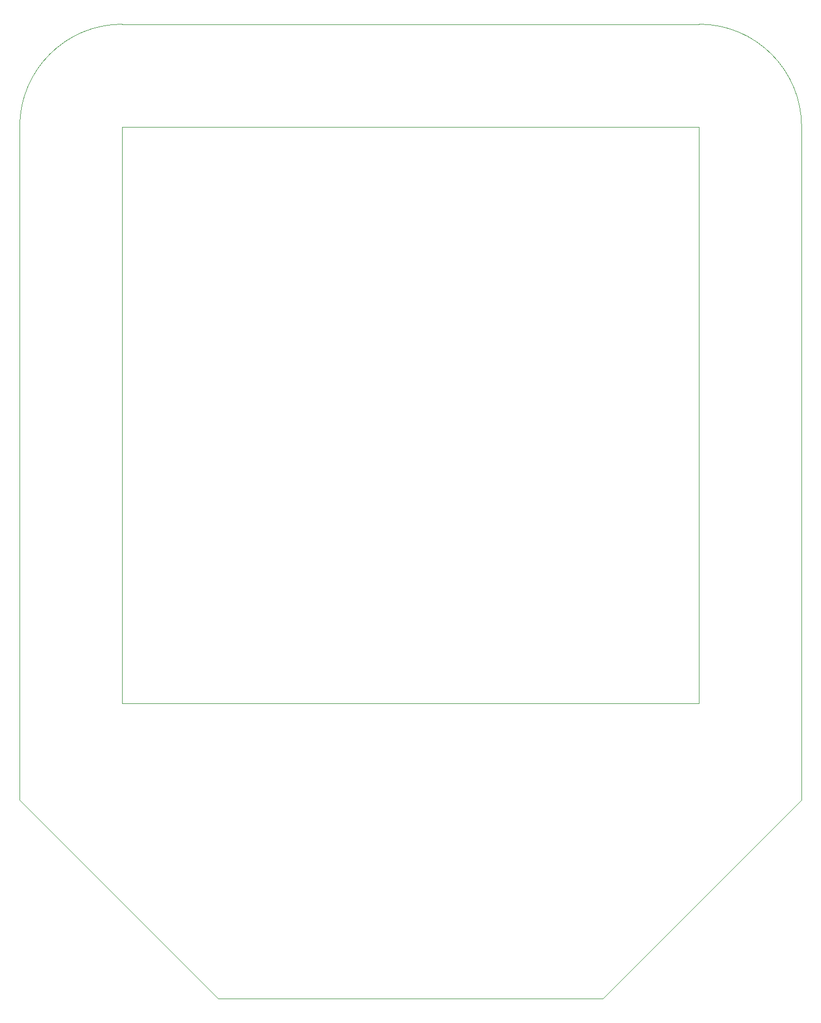
<source format=gbr>
%TF.GenerationSoftware,KiCad,Pcbnew,5.1.12-84ad8e8a86~92~ubuntu18.04.1*%
%TF.CreationDate,2022-01-13T07:13:59-05:00*%
%TF.ProjectId,ThisOneHas3Dmodels90mmsqu,54686973-4f6e-4654-9861-7333446d6f64,rev?*%
%TF.SameCoordinates,Original*%
%TF.FileFunction,Profile,NP*%
%FSLAX46Y46*%
G04 Gerber Fmt 4.6, Leading zero omitted, Abs format (unit mm)*
G04 Created by KiCad (PCBNEW 5.1.12-84ad8e8a86~92~ubuntu18.04.1) date 2022-01-13 07:13:59*
%MOMM*%
%LPD*%
G01*
G04 APERTURE LIST*
%TA.AperFunction,Profile*%
%ADD10C,0.050000*%
%TD*%
G04 APERTURE END LIST*
D10*
X33000000Y-45000000D02*
G75*
G02*
X49000000Y-29000000I16000000J0D01*
G01*
X139000000Y-29000000D02*
G75*
G02*
X155000000Y-45000000I0J-16000000D01*
G01*
X49000000Y-135000000D02*
X49000000Y-45000000D01*
X139000000Y-135000000D02*
X49000000Y-135000000D01*
X139000000Y-45000000D02*
X139000000Y-135000000D01*
X49000000Y-45000000D02*
X139000000Y-45000000D01*
X33000000Y-150000000D02*
X33000000Y-45000000D01*
X64000000Y-181000000D02*
X33000000Y-150000000D01*
X94000000Y-181000000D02*
X64000000Y-181000000D01*
X139000000Y-29000000D02*
X49000000Y-29000000D01*
X155000000Y-150000000D02*
X155000000Y-45000000D01*
X124000000Y-181000000D02*
X155000000Y-150000000D01*
X94000000Y-181000000D02*
X124000000Y-181000000D01*
M02*

</source>
